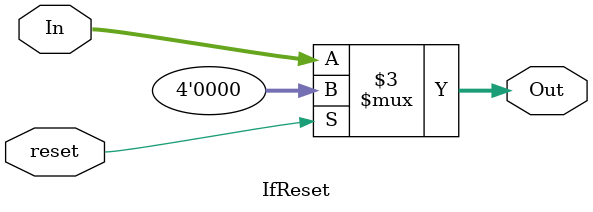
<source format=v>
`timescale 1ns / 1ps


module IfReset (In, Out, reset);
		input [3:0] In;
		input reset;
		output reg [3:0]Out;
		always begin #2
			if(reset)
				Out = 0;
			else 
				Out = In;
		  end
endmodule


</source>
